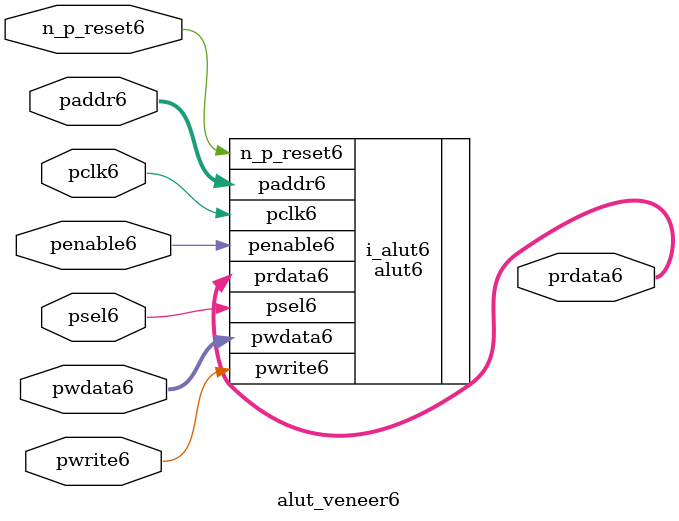
<source format=v>
module alut_veneer6
(   
   // Inputs6
   pclk6,
   n_p_reset6,
   psel6,            
   penable6,       
   pwrite6,         
   paddr6,           
   pwdata6,          

   // Outputs6
   prdata6  
);

   // APB6 Inputs6
   input             pclk6;               // APB6 clock6                          
   input             n_p_reset6;          // Reset6                              
   input             psel6;               // Module6 select6 signal6               
   input             penable6;            // Enable6 signal6                      
   input             pwrite6;             // Write when HIGH6 and read when LOW6  
   input [6:0]       paddr6;              // Address bus for read write         
   input [31:0]      pwdata6;             // APB6 write bus                      

   output [31:0]     prdata6;             // APB6 read bus                       


//-----------------------------------------------------------------------
//##############################################################################
// if the ALUT6 is NOT6 black6 boxed6 
//##############################################################################
`ifndef FV_KIT_BLACK_BOX_LUT6 


alut6 i_alut6 (
        //inputs6
        . n_p_reset6(n_p_reset6),
        . pclk6(pclk6),
        . psel6(psel6),
        . penable6(penable6),
        . pwrite6(pwrite6),
        . paddr6(paddr6[6:0]),
        . pwdata6(pwdata6),

        //outputs6
        . prdata6(prdata6)
);


`else 
//##############################################################################
// if the <module> is black6 boxed6 
//##############################################################################

   // APB6 Inputs6
   wire              pclk6;               // APB6 clock6                          
   wire              n_p_reset6;          // Reset6                              
   wire              psel6;               // Module6 select6 signal6               
   wire              penable6;            // Enable6 signal6                      
   wire              pwrite6;             // Write when HIGH6 and read when LOW6  
   wire  [6:0]       paddr6;              // Address bus for read write         
   wire  [31:0]      pwdata6;             // APB6 write bus                      

   reg   [31:0]      prdata6;             // APB6 read bus                       


`endif

endmodule

</source>
